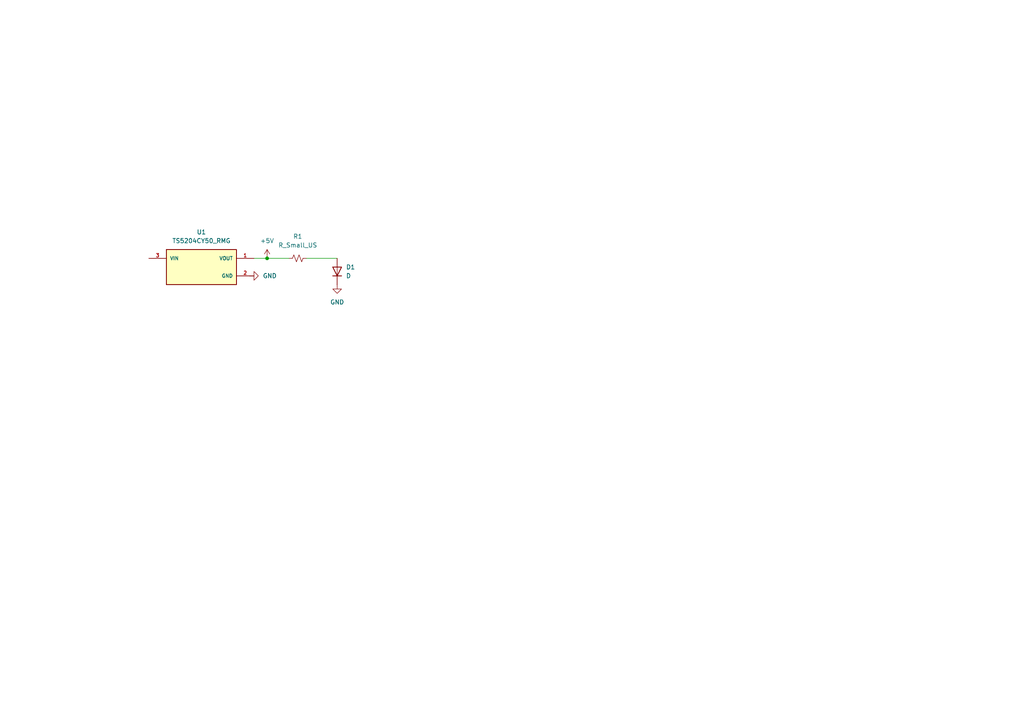
<source format=kicad_sch>
(kicad_sch (version 20231120) (generator "eeschema") (generator_version "8.0")
  (paper "A4")
  (lib_symbols
    (symbol "Device:D" (pin_numbers hide) (pin_names (offset 1.016) hide)
      (property "Reference" "D" (at 0 2.54 0))
      (property "Value" "D" (at 0 -2.54 0))
      (symbol "D_0_1"
        (polyline (pts (xy -1.27 1.27) (xy -1.27 -1.27)) (stroke (width 0.254)))
        (polyline (pts (xy 1.27 0) (xy -1.27 0)))
        (polyline (pts (xy 1.27 1.27) (xy 1.27 -1.27) (xy -1.27 0) (xy 1.27 1.27)) (stroke (width 0.254)))
      )
      (symbol "D_1_1"
        (pin passive line (at -3.81 0 0) (length 2.54) (name "K") (number "1"))
        (pin passive line (at 3.81 0 180) (length 2.54) (name "A") (number "2"))
      )
    )
    (symbol "Device:R_Small_US" (pin_numbers hide) (pin_names (offset 0.254) hide)
      (property "Reference" "R" (at 0.762 0.508 0))
      (property "Value" "R_Small_US" (at 0.762 -1.016 0))
      (symbol "R_Small_US_1_1"
        (polyline (pts (xy 0 0) (xy 1.016 -0.381) (xy 0 -0.762) (xy -1.016 -1.143) (xy 0 -1.524)))
        (polyline (pts (xy 0 1.524) (xy 1.016 1.143) (xy 0 0.762) (xy -1.016 0.381) (xy 0 0)))
        (pin passive line (at 0 2.54 270) (length 1.016) (name "~") (number "1"))
        (pin passive line (at 0 -2.54 90) (length 1.016) (name "~") (number "2"))
      )
    )
    (symbol "TS5204CY50_RMG:TS5204CY50_RMG" (pin_names (offset 1.016))
      (property "Reference" "U" (at -10.1639 6.3579 0))
      (property "Value" "TS5204CY50_RMG" (at -10.1614 -7.6227 0))
      (symbol "TS5204CY50_RMG_0_0"
        (rectangle (start -10.16 -5.08) (end 10.16 5.08) (stroke (width 0.254)) (fill (type background)))
        (pin output line (at 15.24 2.54 180) (length 5.08) (name "VOUT") (number "1"))
        (pin power_in line (at 15.24 -2.54 180) (length 5.08) (name "GND") (number "2"))
        (pin input line (at -15.24 2.54 0) (length 5.08) (name "VIN") (number "3"))
      )
    )
    (symbol "power:+5V" (power) (pin_numbers hide) (pin_names (offset 0) hide)
      (property "Value" "+5V" (at 0 3.556 0))
      (symbol "+5V_0_1"
        (polyline (pts (xy -0.762 1.27) (xy 0 2.54)))
        (polyline (pts (xy 0 0) (xy 0 2.54)))
        (polyline (pts (xy 0 2.54) (xy 0.762 1.27)))
      )
      (symbol "+5V_1_1"
        (pin power_in line (at 0 0 90) (length 0) (name "~") (number "1"))
      )
    )
    (symbol "power:GND" (power) (pin_numbers hide) (pin_names (offset 0) hide)
      (property "Value" "GND" (at 0 -3.81 0))
      (symbol "GND_0_1"
        (polyline (pts (xy 0 0) (xy 0 -1.27) (xy 1.27 -1.27) (xy 0 -2.54) (xy -1.27 -1.27) (xy 0 -1.27)))
      )
      (symbol "GND_1_1"
        (pin power_in line (at 0 0 270) (length 0) (name "~") (number "1"))
      )
    )
  )
  (junction (at 77.47 74.93))
  (wire (pts (xy 77.47 74.93) (xy 83.82 74.93)))
  (wire (pts (xy 73.66 74.93) (xy 77.47 74.93)))
  (wire (pts (xy 88.9 74.93) (xy 97.79 74.93)))
  (symbol (lib_id "power:GND") (at 72.39 80.01 90) (unit 1)
    (property "Reference" "#PWR02" (effects (hide yes)))
    (property "Value" "GND" (at 76.2 80.0099 90) (effects (justify right)))
    (property "Description" "Power symbol creates a global label with name \"GND\" , ground" (effects (hide yes)))
  )
  (symbol (lib_id "Device:D") (at 97.79 78.74 90) (unit 1)
    (property "Reference" "D1" (at 100.33 77.4699 90) (effects (justify right)))
    (property "Value" "D" (at 100.33 80.0099 90) (effects (justify right)))
    (property "Description" "Diode" (effects (hide yes)))
    (property "Sim.Device" "D" (effects (hide yes)))
    (property "Sim.Pins" "1=K 2=A" (effects (hide yes)))
  )
  (symbol (lib_id "TS5204CY50_RMG:TS5204CY50_RMG") (at 58.42 77.47 0) (unit 1)
    (property "Reference" "U1" (at 58.42 67.31 0))
    (property "Value" "TS5204CY50_RMG" (at 58.42 69.85 0))
    (property "Footprint" "TS5204CY50_RMG:VREG_TS5204CY50_RMG" (effects (hide yes)))
    (property "MF" "Taiwan Semiconductor" (effects (hide yes)))
    (property "MAXIMUM_PACKAGE_HEIGHT" "1.60mm" (effects (hide yes)))
    (property "Package" "Package" (effects (hide yes)))
    (property "Price" "None" (effects (hide yes)))
    (property "Check_prices" "https://www.snapeda.com/parts/TS5204CY50%20RMG/Taiwan+Semiconductor/view-part/?ref=eda" (effects (hide yes)))
    (property "STANDARD" "Manufacturer Recommendations" (effects (hide yes)))
    (property "PARTREV" "M2003" (effects (hide yes)))
    (property "SnapEDA_Link" "https://www.snapeda.com/parts/TS5204CY50%20RMG/Taiwan+Semiconductor/view-part/?ref=snap" (effects (hide yes)))
    (property "MP" "TS5204CY50 RMG" (effects (hide yes)))
    (property "Purchase-URL" "https://www.snapeda.com/api/url_track_click_mouser/?unipart_id=914730&manufacturer=Taiwan Semiconductor&part_name=TS5204CY50 RMG&search_term=5v voltage regulator" (effects (hide yes)))
    (property "Description_1" "\n80MA 5V LOW DROP LDO VOLTAGE REGULATOR\n" (effects (hide yes)))
    (property "Availability" "In Stock" (effects (hide yes)))
    (property "MANUFACTURER" "Taiwan Semiconductor" (effects (hide yes)))
  )
  (symbol (lib_id "power:GND") (at 97.79 82.55 0) (unit 1)
    (property "Reference" "#PWR01" (effects (hide yes)))
    (property "Value" "GND" (at 97.79 87.63 0))
    (property "Description" "Power symbol creates a global label with name \"GND\" , ground" (effects (hide yes)))
  )
  (symbol (lib_id "power:+5V") (at 77.47 74.93 0) (unit 1)
    (property "Reference" "#PWR03" (effects (hide yes)))
    (property "Value" "+5V" (at 77.47 69.85 0))
    (property "Description" "Power symbol creates a global label with name \"+5V\"" (effects (hide yes)))
  )
  (symbol (lib_id "Device:R_Small_US") (at 86.36 74.93 90) (unit 1)
    (property "Reference" "R1" (at 86.36 68.58 90))
    (property "Value" "R_Small_US" (at 86.36 71.12 90))
    (property "Description" "Resistor, small US symbol" (effects (hide yes)))
  )
)
</source>
